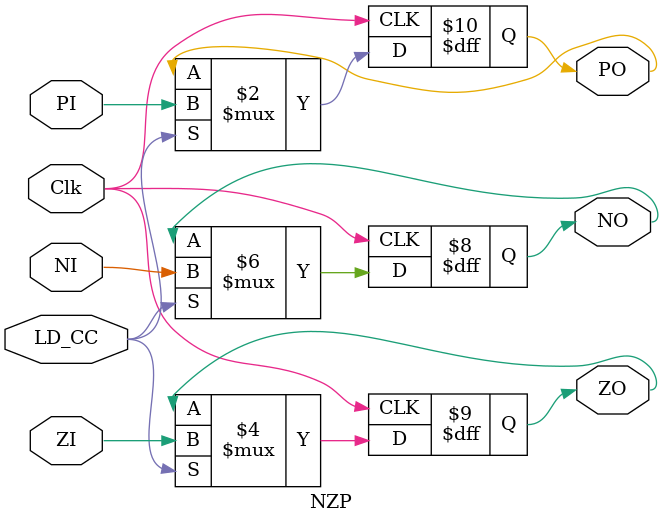
<source format=sv>
module mux_PC(input logic [15:0] A, B, C,
				  input logic [1:0] S,
				  output logic [15:0] Out);
		
		always_comb
			begin
				case(S)
					2'b00:
						Out = A;
					2'b01:
						Out = B;
					2'b10:
						Out = C;
					2'b11:
						Out = 16'h0000;
				endcase
			end
endmodule

module mux_MDR(input logic [15:0] A, B,
				  input logic S,
				  output logic [15:0] Out);
		
		always_comb
			begin
				case(S)
					1'b0:
						Out = A;
					1'b1:
						Out = B;
				endcase
			end
endmodule

module mux_GATES(input logic [15:0] A, B, C, D, //ordering maybe an issue?
				  input logic [3:0] S,
				  output logic [15:0] Out);
		
		always_comb
			begin
				case(S)
					4'b1000:
						Out = A;
					4'b0100:
						Out = B;
					4'b0010:
						Out = C;
					4'b0001:
						Out = D;
					default:
						Out = 16'h0000;
				endcase
			end
endmodule

module mux_ADDR2(input logic [15:0] A, B, C, D,
				  input logic [1:0] S,
				  output logic [15:0] Out);
		
		always_comb
			begin
				case(S)
					2'b00:
						Out = A;
					2'b01:
						Out = B;
					2'b10:
						Out = C;
					2'b11:
						Out = D;
					default:
						Out = 16'h0000;
				endcase
			end
endmodule

module mux_ADDR1(input logic [15:0] A, B,
				  input logic S,
				  output logic [15:0] Out);
		
		always_comb
			begin
				case(S)
					1'b0:
						Out = A;
					1'b1:
						Out = B; 
					default:
						Out = 16'h0000;
				endcase
			end
endmodule

module mux_DR(input logic [2:0] A,
				  input logic S,
				  output logic [2:0] Out);
		
		always_comb
			begin
				case(S)
					1'b0:
						Out = A;
					1'b1:
						Out = 3'b111;
				endcase
			end
endmodule
module mux_SR1(input logic [2:0] A,B,
				  input logic S,
				  output logic [2:0] Out);
		
		always_comb
			begin
				case(S)
					1'b0:
						Out = A;
					1'b1:
						Out = B;
				endcase
			end
endmodule
module mux_SR2(input logic [15:0] A,B,
				  input logic S,
				  output logic [15:0] Out);
		
		always_comb
			begin
				case(S)
					1'b0:
						Out = A;
					1'b1:
						Out = B;
				endcase
			end
endmodule

module NZP(input logic Clk, NI, ZI, PI, LD_CC,
				output logic NO, ZO, PO);
		always_ff @ (posedge Clk)
			begin
				 if(LD_CC)
					begin
						NO<=NI;
						ZO<=ZI;
						PO<=PI;
					end
			end
endmodule

	

</source>
